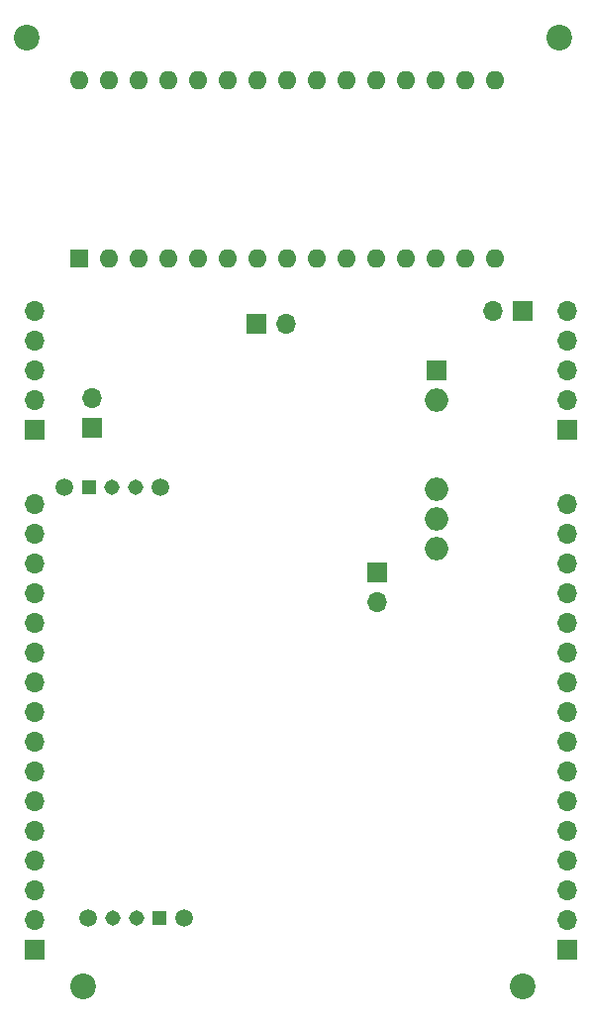
<source format=gbr>
G04 #@! TF.GenerationSoftware,KiCad,Pcbnew,7.0.5*
G04 #@! TF.CreationDate,2024-08-22T14:11:36-04:00*
G04 #@! TF.ProjectId,xDev_eval,78446576-5f65-4766-916c-2e6b69636164,V0.5*
G04 #@! TF.SameCoordinates,Original*
G04 #@! TF.FileFunction,Soldermask,Bot*
G04 #@! TF.FilePolarity,Negative*
%FSLAX46Y46*%
G04 Gerber Fmt 4.6, Leading zero omitted, Abs format (unit mm)*
G04 Created by KiCad (PCBNEW 7.0.5) date 2024-08-22 14:11:36*
%MOMM*%
%LPD*%
G01*
G04 APERTURE LIST*
%ADD10R,1.800000X1.800000*%
%ADD11O,2.000000X2.000000*%
%ADD12C,1.308000*%
%ADD13R,1.308000X1.308000*%
%ADD14C,1.500000*%
%ADD15R,1.600000X1.600000*%
%ADD16O,1.600000X1.600000*%
%ADD17C,2.200000*%
%ADD18R,1.700000X1.700000*%
%ADD19O,1.700000X1.700000*%
G04 APERTURE END LIST*
D10*
X160020000Y-86995000D03*
D11*
X160020000Y-89535000D03*
X160020000Y-97155000D03*
X160020000Y-99695000D03*
X160020000Y-102235000D03*
D12*
X132359500Y-133858000D03*
X134359500Y-133858000D03*
D13*
X136359500Y-133858000D03*
D14*
X130259500Y-133858000D03*
X138459500Y-133858000D03*
D15*
X129440000Y-77470000D03*
D16*
X131980000Y-77470000D03*
X134520000Y-77470000D03*
X137060000Y-77470000D03*
X139600000Y-77470000D03*
X142140000Y-77470000D03*
X144680000Y-77470000D03*
X147220000Y-77470000D03*
X149760000Y-77470000D03*
X152300000Y-77470000D03*
X154840000Y-77470000D03*
X157380000Y-77470000D03*
X159920000Y-77470000D03*
X162460000Y-77470000D03*
X165000000Y-77470000D03*
X165000000Y-62230000D03*
X162460000Y-62230000D03*
X159920000Y-62230000D03*
X157380000Y-62230000D03*
X154840000Y-62230000D03*
X152300000Y-62230000D03*
X149760000Y-62230000D03*
X147220000Y-62230000D03*
X144680000Y-62230000D03*
X142140000Y-62230000D03*
X139600000Y-62230000D03*
X137060000Y-62230000D03*
X134520000Y-62230000D03*
X131980000Y-62230000D03*
X129440000Y-62230000D03*
D17*
X125000000Y-58530000D03*
D18*
X125630000Y-92050000D03*
D19*
X125630000Y-89510000D03*
X125630000Y-86970000D03*
X125630000Y-84430000D03*
X125630000Y-81890000D03*
D12*
X134298000Y-97028000D03*
X132298000Y-97028000D03*
D13*
X130298000Y-97028000D03*
D14*
X136398000Y-97028000D03*
X128198000Y-97028000D03*
D18*
X167391000Y-81915000D03*
D19*
X164851000Y-81915000D03*
D18*
X171196000Y-92050000D03*
D19*
X171196000Y-89510000D03*
X171196000Y-86970000D03*
X171196000Y-84430000D03*
X171196000Y-81890000D03*
D18*
X144648000Y-83058000D03*
D19*
X147188000Y-83058000D03*
D17*
X129810000Y-139700000D03*
X170561000Y-58547000D03*
D18*
X171196000Y-136525000D03*
D19*
X171196000Y-133985000D03*
X171196000Y-131445000D03*
X171196000Y-128905000D03*
X171196000Y-126365000D03*
X171196000Y-123825000D03*
X171196000Y-121285000D03*
X171196000Y-118745000D03*
X171196000Y-116205000D03*
X171196000Y-113665000D03*
X171196000Y-111125000D03*
X171196000Y-108585000D03*
X171196000Y-106045000D03*
X171196000Y-103505000D03*
X171196000Y-100965000D03*
X171196000Y-98425000D03*
D17*
X167386000Y-139700000D03*
D18*
X130556000Y-91953000D03*
D19*
X130556000Y-89413000D03*
D18*
X154940000Y-104262000D03*
D19*
X154940000Y-106802000D03*
D18*
X125630000Y-136500000D03*
D19*
X125630000Y-133960000D03*
X125630000Y-131420000D03*
X125630000Y-128880000D03*
X125630000Y-126340000D03*
X125630000Y-123800000D03*
X125630000Y-121260000D03*
X125630000Y-118720000D03*
X125630000Y-116180000D03*
X125630000Y-113640000D03*
X125630000Y-111100000D03*
X125630000Y-108560000D03*
X125630000Y-106020000D03*
X125630000Y-103480000D03*
X125630000Y-100940000D03*
X125630000Y-98400000D03*
M02*

</source>
